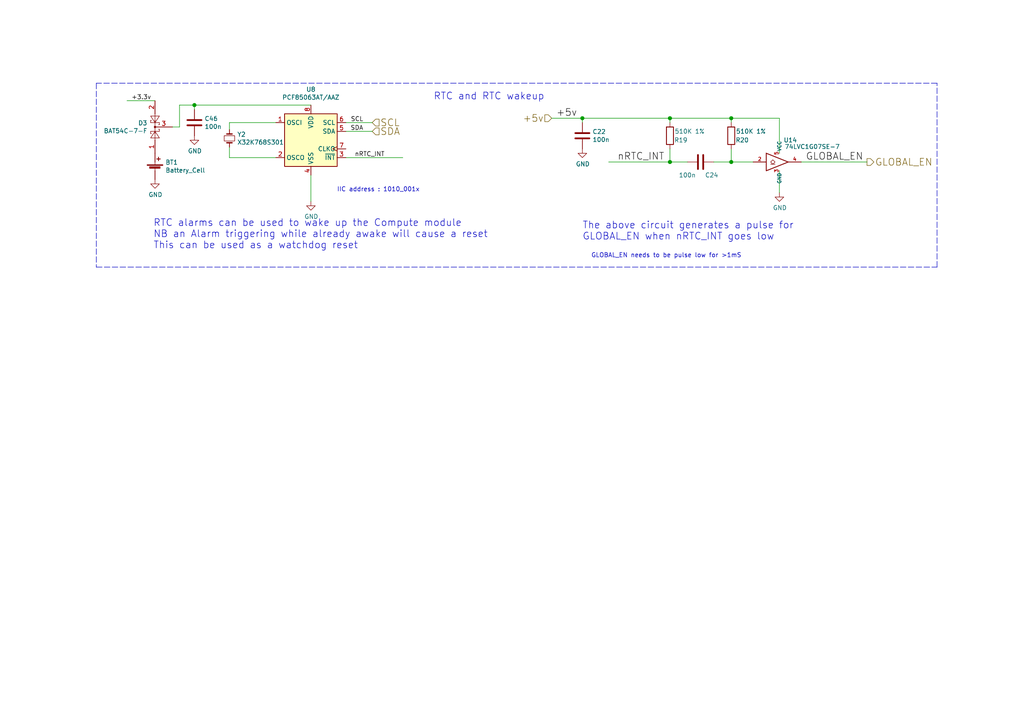
<source format=kicad_sch>
(kicad_sch (version 20210621) (generator eeschema)
  (paper "A4")
  (title_block (title "Astro Compute Module 4 - RTC,RTC Wakeup") (date "2021-07-27") (rev "1") (company "Andrew Chittams") (comment 1 "https://github.com/chittams/AstroCM4") (comment 2 "www.raspberrypi.org"))
  (lib_symbols
    (symbol "CM4IO:74LVC1G07_copy"
      (property "Reference" "U" (at -2.54 3.81 0))
      (property "Value" "74LVC1G07_copy" (at 0 -3.81 0))
      (symbol "74LVC1G07_copy_0_1"
        (polyline (pts (xy -2.54 -0.635) (xy -1.27 -0.635)))
        (polyline (pts (xy -3.81 2.54) (xy -3.81 -2.54) (xy 2.54 0) (xy -3.81 2.54)) (stroke (width 0.254)))
        (polyline (pts (xy -1.905 0.635) (xy -2.54 0) (xy -1.905 -0.635) (xy -1.27 0) (xy -1.905 0.635)))
      )
      (symbol "74LVC1G07_copy_1_1"
        (pin input line (at -7.62 0 0) (length 3.81) (name "~") (number "2"))
        (pin power_in line (at 0 -2.54 270) (length 0) (name "GND") (number "3"))
        (pin open_collector line (at 6.35 0 180) (length 3.81) (name "~") (number "4"))
        (pin power_in line (at 0 2.54 90) (length 0) (name "VCC") (number "5"))
      )
    )
    (symbol "Device:Battery_Cell" (pin_numbers hide) (pin_names (offset 0) hide)
      (property "Reference" "BT" (at 2.54 2.54 0))
      (property "Value" "Battery_Cell" (at 2.54 0 0))
      (symbol "Battery_Cell_0_1"
        (rectangle (start -2.286 1.778) (end 2.286 1.524) (fill (type outline)))
        (rectangle (start -1.5748 1.1938) (end 1.4732 0.6858) (fill (type outline)))
        (polyline (pts (xy 0 0.762) (xy 0 0)))
        (polyline (pts (xy 0 1.778) (xy 0 2.54)))
        (polyline (pts (xy 0.508 3.429) (xy 1.524 3.429)) (stroke (width 0.254)))
        (polyline (pts (xy 1.016 3.937) (xy 1.016 2.921)) (stroke (width 0.254)))
      )
      (symbol "Battery_Cell_1_1"
        (pin passive line (at 0 5.08 270) (length 2.54) (name "+") (number "1"))
        (pin passive line (at 0 -2.54 90) (length 2.54) (name "-") (number "2"))
      )
    )
    (symbol "Device:C" (pin_numbers hide) (pin_names (offset 0.254))
      (property "Reference" "C" (at 0.635 2.54 0))
      (property "Value" "C" (at 0.635 -2.54 0))
      (symbol "C_0_1"
        (polyline (pts (xy -2.032 -0.762) (xy 2.032 -0.762)) (stroke (width 0.508)))
        (polyline (pts (xy -2.032 0.762) (xy 2.032 0.762)) (stroke (width 0.508)))
      )
      (symbol "C_1_1"
        (pin passive line (at 0 3.81 270) (length 2.794) (name "~") (number "1"))
        (pin passive line (at 0 -3.81 90) (length 2.794) (name "~") (number "2"))
      )
    )
    (symbol "Device:Crystal_Small" (pin_numbers hide) (pin_names hide)
      (property "Reference" "Y" (at 0 2.54 0))
      (property "Value" "Crystal_Small" (at 0 -2.54 0))
      (symbol "Crystal_Small_0_1"
        (rectangle (start -0.762 -1.524) (end 0.762 1.524))
        (polyline (pts (xy -1.27 -0.762) (xy -1.27 0.762)) (stroke (width 0.381)))
        (polyline (pts (xy 1.27 -0.762) (xy 1.27 0.762)) (stroke (width 0.381)))
      )
      (symbol "Crystal_Small_1_1"
        (pin passive line (at -2.54 0 0) (length 1.27) (name "1") (number "1"))
        (pin passive line (at 2.54 0 180) (length 1.27) (name "2") (number "2"))
      )
    )
    (symbol "Device:R" (pin_numbers hide) (pin_names (offset 0))
      (property "Reference" "R" (at 2.032 0 90))
      (property "Value" "R" (at 0 0 90))
      (symbol "R_0_1"
        (rectangle (start -1.016 -2.54) (end 1.016 2.54) (stroke (width 0.254)))
      )
      (symbol "R_1_1"
        (pin passive line (at 0 3.81 270) (length 1.27) (name "~") (number "1"))
        (pin passive line (at 0 -3.81 90) (length 1.27) (name "~") (number "2"))
      )
    )
    (symbol "Diode:BAT54C"
      (property "Reference" "D" (at 0.635 -3.81 0))
      (property "Value" "BAT54C" (at -6.35 3.175 0))
      (symbol "BAT54C_0_1"
        (circle (center 0 0) (radius 0.254) (fill (type outline)))
        (polyline (pts (xy -1.905 0) (xy 1.905 0)))
        (polyline (pts (xy -1.905 1.27) (xy -1.905 1.016)))
        (polyline (pts (xy -1.27 -1.27) (xy -0.635 -1.27)))
        (polyline (pts (xy -1.27 0) (xy -3.81 0)))
        (polyline (pts (xy -1.27 1.27) (xy -1.905 1.27)))
        (polyline (pts (xy -1.27 1.27) (xy -1.27 -1.27)))
        (polyline (pts (xy -0.635 -1.27) (xy -0.635 -1.016)))
        (polyline (pts (xy 0.635 -1.27) (xy 0.635 -1.016)))
        (polyline (pts (xy 1.27 -1.27) (xy 0.635 -1.27)))
        (polyline (pts (xy 1.27 1.27) (xy 1.27 -1.27)))
        (polyline (pts (xy 1.27 1.27) (xy 1.905 1.27)))
        (polyline (pts (xy 1.905 1.27) (xy 1.905 1.016)))
        (polyline (pts (xy 3.81 0) (xy 1.27 0)))
        (polyline (pts (xy -3.175 -1.27) (xy -3.175 1.27) (xy -1.27 0) (xy -3.175 -1.27)))
        (polyline (pts (xy 3.175 -1.27) (xy 3.175 1.27) (xy 1.27 0) (xy 3.175 -1.27)))
      )
      (symbol "BAT54C_1_1"
        (pin passive line (at -7.62 0 0) (length 3.81) (name "~") (number "1"))
        (pin passive line (at 7.62 0 180) (length 3.81) (name "~") (number "2"))
        (pin passive line (at 0 -5.08 90) (length 5.08) (name "~") (number "3"))
      )
    )
    (symbol "Timer_RTC:PCF8563T"
      (property "Reference" "U" (at -7.62 8.89 0))
      (property "Value" "PCF8563T" (at 2.54 8.89 0))
      (symbol "PCF8563T_0_1"
        (rectangle (start -7.62 7.62) (end 7.62 -7.62) (stroke (width 0.254)) (fill (type background)))
      )
      (symbol "PCF8563T_1_1"
        (pin input line (at -10.16 5.08 0) (length 2.54) (name "OSCI") (number "1"))
        (pin output line (at -10.16 -5.08 0) (length 2.54) (name "OSCO") (number "2"))
        (pin output line (at 10.16 -5.08 180) (length 2.54) (name "~{INT}") (number "3"))
        (pin power_in line (at 0 -10.16 90) (length 2.54) (name "VSS") (number "4"))
        (pin bidirectional line (at 10.16 2.54 180) (length 2.54) (name "SDA") (number "5"))
        (pin input line (at 10.16 5.08 180) (length 2.54) (name "SCL") (number "6"))
        (pin output clock (at 10.16 -2.54 180) (length 2.54) (name "CLKO") (number "7"))
        (pin power_in line (at 0 10.16 270) (length 2.54) (name "VDD") (number "8"))
      )
    )
    (symbol "power:GND" (power) (pin_names (offset 0))
      (property "Value" "GND" (at 0 -3.81 0))
      (symbol "GND_0_1"
        (polyline (pts (xy 0 0) (xy 0 -1.27) (xy 1.27 -1.27) (xy 0 -2.54) (xy -1.27 -1.27) (xy 0 -1.27)))
      )
      (symbol "GND_1_1"
        (pin power_in line (at 0 0 270) (length 0) hide (name "GND") (number "1"))
      )
    )
  )
  (junction (at 56.388 30.48) (diameter 1.016))
  (junction (at 168.91 34.29) (diameter 1.016))
  (junction (at 194.31 34.29) (diameter 1.016))
  (junction (at 194.31 46.99) (diameter 1.016))
  (junction (at 212.09 34.29) (diameter 1.016))
  (junction (at 212.09 46.99) (diameter 1.016))
  (wire (pts (xy 36.83 29.21) (xy 44.958 29.21)))
  (wire (pts (xy 50.038 36.83) (xy 52.07 36.83)))
  (wire (pts (xy 52.07 30.48) (xy 56.388 30.48)))
  (wire (pts (xy 52.07 36.83) (xy 52.07 30.48)))
  (wire (pts (xy 56.388 30.48) (xy 56.388 31.7754)))
  (wire (pts (xy 56.388 30.48) (xy 90.17 30.48)))
  (wire (pts (xy 66.548 35.56) (xy 66.548 37.592)))
  (wire (pts (xy 66.548 35.56) (xy 80.01 35.56)))
  (wire (pts (xy 66.548 45.72) (xy 66.548 42.672)))
  (wire (pts (xy 80.01 45.72) (xy 66.548 45.72)))
  (wire (pts (xy 90.17 50.8) (xy 90.17 58.42)))
  (wire (pts (xy 100.33 45.72) (xy 116.84 45.72)))
  (wire (pts (xy 107.95 35.56) (xy 100.33 35.56)))
  (wire (pts (xy 107.95 38.1) (xy 100.33 38.1)))
  (wire (pts (xy 160.02 34.29) (xy 168.91 34.29)))
  (wire (pts (xy 168.91 34.29) (xy 194.31 34.29)))
  (wire (pts (xy 168.91 35.56) (xy 168.91 34.29)))
  (wire (pts (xy 176.53 46.99) (xy 194.31 46.99)))
  (wire (pts (xy 194.31 34.29) (xy 194.31 35.56)))
  (wire (pts (xy 194.31 34.29) (xy 212.09 34.29)))
  (wire (pts (xy 194.31 46.99) (xy 194.31 43.18)))
  (wire (pts (xy 194.31 46.99) (xy 199.39 46.99)))
  (wire (pts (xy 207.01 46.99) (xy 212.09 46.99)))
  (wire (pts (xy 212.09 34.29) (xy 212.09 35.56)))
  (wire (pts (xy 212.09 34.29) (xy 226.06 34.29)))
  (wire (pts (xy 212.09 46.99) (xy 212.09 43.18)))
  (wire (pts (xy 212.09 46.99) (xy 218.44 46.99)))
  (wire (pts (xy 226.06 34.29) (xy 226.06 44.45)))
  (wire (pts (xy 226.06 49.53) (xy 226.06 55.88)))
  (wire (pts (xy 232.41 46.99) (xy 251.46 46.99)))
  (polyline (pts (xy 27.94 24.13) (xy 27.94 77.47)) (stroke (width 0) (type dash)))
  (polyline (pts (xy 27.94 77.47) (xy 271.78 77.47)) (stroke (width 0) (type dash)))
  (polyline (pts (xy 271.78 24.13) (xy 27.94 24.13)) (stroke (width 0) (type dash)))
  (polyline (pts (xy 271.78 77.47) (xy 271.78 24.13)) (stroke (width 0) (type dash)))
  (text "RTC alarms can be used to wake up the Compute module\nNB an Alarm triggering while already awake will cause a reset \nThis can be used as a watchdog reset " (at 44.45 72.39 0) (effects (font (size 2.0066 2.0066)) (justify left bottom)))
  (text "IIC address : 1010_001x" (at 97.7138 55.8038 0) (effects (font (size 1.27 1.27)) (justify left bottom)))
  (text "RTC and RTC wakeup" (at 125.73 29.21 0) (effects (font (size 2.0066 2.0066)) (justify left bottom)))
  (text "The above circuit generates a pulse for\nGLOBAL_EN when nRTC_INT goes low" (at 168.91 69.85 0) (effects (font (size 2.0066 2.0066)) (justify left bottom)))
  (text "GLOBAL_EN needs to be pulse low for >1mS" (at 171.45 74.93 0) (effects (font (size 1.27 1.27)) (justify left bottom)))
  (label "+3.3v" (at 38.1 29.21 0))
  (label "nRTC_INT" (at 102.87 45.72 0))
  (label "SCL" (at 105.41 35.56 180))
  (label "SDA" (at 105.41 38.1 180))
  (label "+5v" (at 161.29 34.29 0) (effects (font (size 2.0066 2.0066))))
  (label "nRTC_INT" (at 179.07 46.99 0) (effects (font (size 2.0066 2.0066))))
  (label "GLOBAL_EN" (at 233.68 46.99 0) (effects (font (size 2.0066 2.0066))))
  (hierarchical_label "SCL" (shape input) (at 107.95 35.56 0) (effects (font (size 2.0066 2.0066))))
  (hierarchical_label "SDA" (shape input) (at 107.95 38.1 0) (effects (font (size 2.0066 2.0066))))
  (hierarchical_label "+5v" (shape input) (at 160.02 34.29 180) (effects (font (size 2.0066 2.0066))))
  (hierarchical_label "GLOBAL_EN" (shape output) (at 251.46 46.99 0) (effects (font (size 2.0066 2.0066))))
  (symbol (lib_id "power:GND") (at 44.958 52.07 0) (unit 1)
    (property "Reference" "#PWR030" (effects hide))
    (property "Value" "GND" (at 45.085 56.4642 0))
  )
  (symbol (lib_id "power:GND") (at 56.388 39.3954 0) (unit 1)
    (property "Reference" "#PWR03" (effects hide))
    (property "Value" "GND" (at 56.515 43.7896 0))
  )
  (symbol (lib_id "power:GND") (at 90.17 58.42 0) (unit 1)
    (property "Reference" "#PWR028" (effects hide))
    (property "Value" "GND" (at 90.297 62.8142 0))
  )
  (symbol (lib_id "power:GND") (at 168.91 43.18 0) (unit 1)
    (property "Reference" "#PWR031" (effects hide))
    (property "Value" "GND" (at 169.037 47.5742 0))
  )
  (symbol (lib_id "power:GND") (at 226.06 55.88 0) (unit 1)
    (property "Reference" "#PWR034" (effects hide))
    (property "Value" "GND" (at 226.187 60.2742 0))
  )
  (symbol (lib_id "Device:Crystal_Small") (at 66.548 40.132 90) (unit 1)
    (property "Reference" "Y2" (at 68.7832 38.989 90) (effects (justify right)))
    (property "Value" "X32K768S301" (at 68.7832 41.275 90) (effects (justify right)))
    (property "Footprint" "Crystal:Crystal_SMD_3215-2Pin_3.2x1.5mm" (effects hide))
    (property "Field6" "X32K768S301" (effects hide))
    (property "Field7" "AEL" (effects hide))
    (property "Part Description" "Crystal 32.768KHz 7pF 20pmm" (effects hide))
  )
  (symbol (lib_id "Device:R") (at 194.31 39.37 180) (unit 1)
    (property "Reference" "R19" (at 197.485 40.64 0))
    (property "Value" "510K 1%" (at 200.025 38.1 0))
    (property "Footprint" "Resistor_SMD:R_0402_1005Metric" (effects hide))
    (property "Datasheet" "https://fscdn.rohm.com/en/products/databook/datasheet/passive/resistor/chip_resistor/mcr-e.pdf" (effects hide))
    (property "Field4" "Farnell" (effects hide))
    (property "Field5" "1458807" (effects hide))
    (property "Field7" "Rohm" (effects hide))
    (property "Field6" "MCR01MZPF5103" (effects hide))
    (property "Part Description" "Resistor 510K M1005 1% 63mW" (effects hide))
  )
  (symbol (lib_id "Device:R") (at 212.09 39.37 180) (unit 1)
    (property "Reference" "R20" (at 215.265 40.64 0))
    (property "Value" "510K 1%" (at 217.805 38.1 0))
    (property "Footprint" "Resistor_SMD:R_0402_1005Metric" (effects hide))
    (property "Datasheet" "https://fscdn.rohm.com/en/products/databook/datasheet/passive/resistor/chip_resistor/mcr-e.pdf" (effects hide))
    (property "Field4" "Farnell" (effects hide))
    (property "Field5" "1458807" (effects hide))
    (property "Field7" "Rohm" (effects hide))
    (property "Field6" "MCR01MZPF5103" (effects hide))
    (property "Part Description" "Resistor 510K M1005 1% 63mW" (effects hide))
  )
  (symbol (lib_id "Device:Battery_Cell") (at 44.958 49.53 0) (unit 1)
    (property "Reference" "BT1" (at 47.9552 47.0916 0) (effects (justify left)))
    (property "Value" "Battery_Cell" (at 47.9552 49.403 0) (effects (justify left)))
    (property "Footprint" "Battery:BatteryHolder_Keystone_3034_1x20mm" (effects hide))
    (property "Datasheet" "https://www.keyelco.com/userAssets/file/M65p9.pdf" (effects hide))
    (property "Field4" "Digikey" (effects hide))
    (property "Field5" "36-3034-ND" (effects hide))
    (property "Field6" "3034" (effects hide))
    (property "Field7" "Keystone" (effects hide))
    (property "Part Description" "	Battery Retainer Coin, 20.0mm 1 Cell SMD (SMT) Tab" (effects hide))
  )
  (symbol (lib_id "Device:C") (at 56.388 35.5854 0) (unit 1)
    (property "Reference" "C46" (at 59.309 34.417 0) (effects (justify left)))
    (property "Value" "100n" (at 59.309 36.7284 0) (effects (justify left)))
    (property "Footprint" "Capacitor_SMD:C_0402_1005Metric" (effects hide))
    (property "Datasheet" "https://search.murata.co.jp/Ceramy/image/img/A01X/G101/ENG/GRM155R71C104KA88-01.pdf" (effects hide))
    (property "Field4" "Farnell" (effects hide))
    (property "Field5" "2611911" (effects hide))
    (property "Field6" "RM EMK105 B7104KV-F" (effects hide))
    (property "Field7" "TAIYO YUDEN EUROPE GMBH" (effects hide))
    (property "Part Description" "	0.1uF 10% 16V Ceramic Capacitor X7R 0402 (1005 Metric)" (effects hide))
    (property "Field8" "110091611" (effects hide))
  )
  (symbol (lib_id "Device:C") (at 168.91 39.37 0) (unit 1)
    (property "Reference" "C22" (at 171.831 38.2016 0) (effects (justify left)))
    (property "Value" "100n" (at 171.831 40.513 0) (effects (justify left)))
    (property "Footprint" "Capacitor_SMD:C_0402_1005Metric" (effects hide))
    (property "Datasheet" "https://search.murata.co.jp/Ceramy/image/img/A01X/G101/ENG/GRM155R71C104KA88-01.pdf" (effects hide))
    (property "Field4" "Farnell" (effects hide))
    (property "Field5" "2611911" (effects hide))
    (property "Field6" "RM EMK105 B7104KV-F" (effects hide))
    (property "Field7" "TAIYO YUDEN EUROPE GMBH" (effects hide))
    (property "Part Description" "	0.1uF 10% 16V Ceramic Capacitor X7R 0402 (1005 Metric)" (effects hide))
    (property "Field8" "110091611" (effects hide))
  )
  (symbol (lib_id "Device:C") (at 203.2 46.99 270) (unit 1)
    (property "Reference" "C24" (at 204.47 50.8 90) (effects (justify left)))
    (property "Value" "100n" (at 196.85 50.8 90) (effects (justify left)))
    (property "Footprint" "Capacitor_SMD:C_0402_1005Metric" (effects hide))
    (property "Datasheet" "https://search.murata.co.jp/Ceramy/image/img/A01X/G101/ENG/GRM155R71C104KA88-01.pdf" (effects hide))
    (property "Field4" "Farnell" (effects hide))
    (property "Field5" "2611911" (effects hide))
    (property "Field6" "RM EMK105 B7104KV-F" (effects hide))
    (property "Field7" "TAIYO YUDEN EUROPE GMBH" (effects hide))
    (property "Part Description" "	0.1uF 10% 16V Ceramic Capacitor X7R 0402 (1005 Metric)" (effects hide))
    (property "Field8" "110091611" (effects hide))
  )
  (symbol (lib_id "CM4IO:74LVC1G07_copy") (at 226.06 46.99 0) (unit 1)
    (property "Reference" "U14" (at 229.235 40.64 0))
    (property "Value" "74LVC1G07SE-7" (at 235.585 42.545 0))
    (property "Footprint" "Package_TO_SOT_SMD:SOT-353_SC-70-5" (effects hide))
    (property "Datasheet" "https://www.diodes.com/assets/Datasheets/74LVC1G07.pdf" (effects hide))
    (property "Field4" "Farnell" (effects hide))
    (property "Field5" "2425492" (effects hide))
    (property "Field6" "74LVC1G07SE-7" (effects hide))
    (property "Field7" "Diodes" (effects hide))
    (property "Part Description" "Buffer, Non-Inverting 1 Element 1 Bit per Element Open Drain Output SOT-353" (effects hide))
  )
  (symbol (lib_id "Diode:BAT54C") (at 44.958 36.83 90) (unit 1)
    (property "Reference" "D3" (at 42.7482 35.687 90) (effects (justify left)))
    (property "Value" "BAT54C-7-F" (at 42.7482 37.973 90) (effects (justify left)))
    (property "Footprint" "Package_TO_SOT_SMD:SOT-23" (effects hide))
    (property "Datasheet" "http://www.farnell.com/datasheets/2861240.pdf?_ga=2.129831176.54358802.1587372871-1787849031.1568210898&_gac=1.175311126.1587399424.EAIaIQobChMInOvF07P36AIVw7HtCh0NWwCeEAAYAyAAEgI0YfD_BwE" (effects hide))
    (property "Field4" "Farnell" (effects hide))
    (property "Field5" "2306010" (effects hide))
    (property "Field6" "BAT54C-7-F" (effects hide))
    (property "Field7" "Rohm" (effects hide))
    (property "Part Description" "Diode Array 1 Pair Common Cathode Schottky 30V 200mA (DC) Surface Mount TO-236-3, SC-59, SOT-23-3" (effects hide))
  )
  (symbol (lib_id "Timer_RTC:PCF8563T") (at 90.17 40.64 0) (unit 1)
    (property "Reference" "U8" (at 90.17 25.9334 0))
    (property "Value" "PCF85063AT/AAZ" (at 90.17 28.2448 0))
    (property "Footprint" "Package_SO:SOIC-8_3.9x4.9mm_P1.27mm" (effects hide))
    (property "Datasheet" "https://www.nxp.com/docs/en/data-sheet/PCF85063A.pdf" (effects hide))
    (property "Field4" "Farnell" (effects hide))
    (property "Field5" "2890042" (effects hide))
    (property "Field7" "NXP" (effects hide))
    (property "Field6" "PCF85063AT/AAZ" (effects hide))
    (property "Part Description" "Real Time Clock (RTC) IC Clock/Calendar I²C, 2-Wire Serial 8-SOIC (0.154\", 3.90mm Width)" (effects hide))
  )
)
</source>
